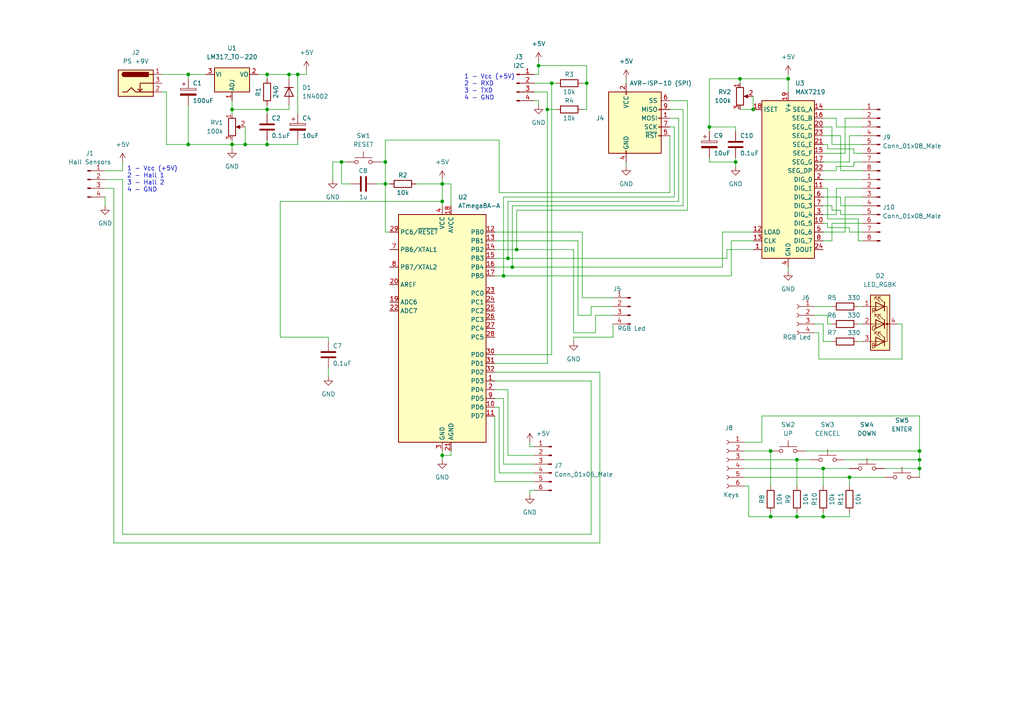
<source format=kicad_sch>
(kicad_sch (version 20211123) (generator eeschema)
  (paper "A4")
  (lib_symbols
    (symbol "Connector:Barrel_Jack_Switch" (pin_names hide)
      (property "Reference" "J" (at 0 5.334 0))
      (property "Value" "Barrel_Jack_Switch" (at 0 -5.08 0))
      (symbol "Barrel_Jack_Switch_1_1"
        (pin passive line (at 7.62 2.54 180) (length 2.54) (name "~") (number "1"))
        (pin passive line (at 7.62 -2.54 180) (length 2.54) (name "~") (number "2"))
        (pin passive line (at 7.62 0 180) (length 2.54) (name "~") (number "3"))
      )
    )
    (symbol "Connector:Conn_01x04_Female" (pin_names (offset 1.016) hide)
      (property "Reference" "J" (at 0 5.08 0))
      (property "Value" "Conn_01x04_Female" (at 0 -7.62 0))
      (symbol "Conn_01x04_Female_1_1"
        (pin passive line (at -5.08 2.54 0) (length 3.81) (name "Pin_1") (number "1"))
        (pin passive line (at -5.08 0 0) (length 3.81) (name "Pin_2") (number "2"))
        (pin passive line (at -5.08 -2.54 0) (length 3.81) (name "Pin_3") (number "3"))
        (pin passive line (at -5.08 -5.08 0) (length 3.81) (name "Pin_4") (number "4"))
      )
    )
    (symbol "Connector:Conn_01x04_Male" (pin_names (offset 1.016) hide)
      (property "Reference" "J" (at 0 5.08 0))
      (property "Value" "Conn_01x04_Male" (at 0 -7.62 0))
      (symbol "Conn_01x04_Male_1_1"
        (pin passive line (at 5.08 2.54 180) (length 3.81) (name "Pin_1") (number "1"))
        (pin passive line (at 5.08 0 180) (length 3.81) (name "Pin_2") (number "2"))
        (pin passive line (at 5.08 -2.54 180) (length 3.81) (name "Pin_3") (number "3"))
        (pin passive line (at 5.08 -5.08 180) (length 3.81) (name "Pin_4") (number "4"))
      )
    )
    (symbol "Connector:Conn_01x06_Female" (pin_names (offset 1.016) hide)
      (property "Reference" "J" (at 0 7.62 0))
      (property "Value" "Conn_01x06_Female" (at 0 -10.16 0))
      (symbol "Conn_01x06_Female_1_1"
        (pin passive line (at -5.08 5.08 0) (length 3.81) (name "Pin_1") (number "1"))
        (pin passive line (at -5.08 2.54 0) (length 3.81) (name "Pin_2") (number "2"))
        (pin passive line (at -5.08 0 0) (length 3.81) (name "Pin_3") (number "3"))
        (pin passive line (at -5.08 -2.54 0) (length 3.81) (name "Pin_4") (number "4"))
        (pin passive line (at -5.08 -5.08 0) (length 3.81) (name "Pin_5") (number "5"))
        (pin passive line (at -5.08 -7.62 0) (length 3.81) (name "Pin_6") (number "6"))
      )
    )
    (symbol "Connector:Conn_01x06_Male" (pin_names (offset 1.016) hide)
      (property "Reference" "J" (at 0 7.62 0))
      (property "Value" "Conn_01x06_Male" (at 0 -10.16 0))
      (symbol "Conn_01x06_Male_1_1"
        (pin passive line (at 5.08 5.08 180) (length 3.81) (name "Pin_1") (number "1"))
        (pin passive line (at 5.08 2.54 180) (length 3.81) (name "Pin_2") (number "2"))
        (pin passive line (at 5.08 0 180) (length 3.81) (name "Pin_3") (number "3"))
        (pin passive line (at 5.08 -2.54 180) (length 3.81) (name "Pin_4") (number "4"))
        (pin passive line (at 5.08 -5.08 180) (length 3.81) (name "Pin_5") (number "5"))
        (pin passive line (at 5.08 -7.62 180) (length 3.81) (name "Pin_6") (number "6"))
      )
    )
    (symbol "Connector:Conn_01x08_Male" (pin_names (offset 1.016) hide)
      (property "Reference" "J" (at 0 10.16 0))
      (property "Value" "Conn_01x08_Male" (at 0 -12.7 0))
      (symbol "Conn_01x08_Male_1_1"
        (pin passive line (at 5.08 7.62 180) (length 3.81) (name "Pin_1") (number "1"))
        (pin passive line (at 5.08 5.08 180) (length 3.81) (name "Pin_2") (number "2"))
        (pin passive line (at 5.08 2.54 180) (length 3.81) (name "Pin_3") (number "3"))
        (pin passive line (at 5.08 0 180) (length 3.81) (name "Pin_4") (number "4"))
        (pin passive line (at 5.08 -2.54 180) (length 3.81) (name "Pin_5") (number "5"))
        (pin passive line (at 5.08 -5.08 180) (length 3.81) (name "Pin_6") (number "6"))
        (pin passive line (at 5.08 -7.62 180) (length 3.81) (name "Pin_7") (number "7"))
        (pin passive line (at 5.08 -10.16 180) (length 3.81) (name "Pin_8") (number "8"))
      )
    )
    (symbol "Connector:Conn_01x16_Male" (pin_names (offset 1.016) hide)
      (property "Reference" "J" (at 0 20.32 0))
      (property "Value" "Conn_01x16_Male" (at 0 -22.86 0))
      (symbol "Conn_01x16_Male_1_1"
        (pin passive line (at 5.08 17.78 180) (length 3.81) (name "Pin_1") (number "1"))
        (pin passive line (at 5.08 -5.08 180) (length 3.81) (name "Pin_10") (number "10"))
        (pin passive line (at 5.08 -7.62 180) (length 3.81) (name "Pin_11") (number "11"))
        (pin passive line (at 5.08 -10.16 180) (length 3.81) (name "Pin_12") (number "12"))
        (pin passive line (at 5.08 -12.7 180) (length 3.81) (name "Pin_13") (number "13"))
        (pin passive line (at 5.08 -15.24 180) (length 3.81) (name "Pin_14") (number "14"))
        (pin passive line (at 5.08 -17.78 180) (length 3.81) (name "Pin_15") (number "15"))
        (pin passive line (at 5.08 -20.32 180) (length 3.81) (name "Pin_16") (number "16"))
        (pin passive line (at 5.08 15.24 180) (length 3.81) (name "Pin_2") (number "2"))
        (pin passive line (at 5.08 12.7 180) (length 3.81) (name "Pin_3") (number "3"))
        (pin passive line (at 5.08 10.16 180) (length 3.81) (name "Pin_4") (number "4"))
        (pin passive line (at 5.08 7.62 180) (length 3.81) (name "Pin_5") (number "5"))
        (pin passive line (at 5.08 5.08 180) (length 3.81) (name "Pin_6") (number "6"))
        (pin passive line (at 5.08 2.54 180) (length 3.81) (name "Pin_7") (number "7"))
        (pin passive line (at 5.08 0 180) (length 3.81) (name "Pin_8") (number "8"))
        (pin passive line (at 5.08 -2.54 180) (length 3.81) (name "Pin_9") (number "9"))
      )
    )
    (symbol "DawuKiCADLibrary:ALS318A"
      (property "Reference" "D" (at 3.556 2.286 0))
      (property "Value" "ALS318A" (at 27.686 2.54 0))
      (symbol "ALS318A_1_1"
        (pin input line (at 7.62 -21.59 90) (length 2.54) (name "C1") (number "1"))
        (pin input line (at 0 -7.62 0) (length 2.54) (name "D") (number "10"))
        (pin input line (at 20.32 -21.59 90) (length 2.54) (name "C6") (number "11"))
        (pin input line (at 0 -15.24 0) (length 2.54) (name "G") (number "12"))
        (pin input line (at 22.86 -21.59 90) (length 2.54) (name "C7") (number "13"))
        (pin input line (at 0 -2.54 0) (length 2.54) (name "B") (number "14"))
        (pin input line (at 25.4 -21.59 90) (length 2.54) (name "C8") (number "15"))
        (pin input line (at 0 -12.7 0) (length 2.54) (name "F") (number "16"))
        (pin input line (at 27.94 -21.59 90) (length 2.54) (name "C9") (number "17"))
        (pin input line (at 0 -5.08 0) (length 2.54) (name "C") (number "2"))
        (pin input line (at 10.16 -21.59 90) (length 2.54) (name "C2") (number "3"))
        (pin input line (at 0 -17.78 0) (length 2.54) (name "H") (number "4"))
        (pin input line (at 12.7 -21.59 90) (length 2.54) (name "C3") (number "5"))
        (pin input line (at 0 0 0) (length 2.54) (name "A") (number "6"))
        (pin input line (at 15.24 -21.59 90) (length 2.54) (name "C4") (number "7"))
        (pin input line (at 0 -10.16 0) (length 2.54) (name "E") (number "8"))
        (pin input line (at 17.78 -21.59 90) (length 2.54) (name "C5") (number "9"))
      )
    )
    (symbol "DawuKiCADLibrary:AVR-ISP-10" (pin_names (offset 1.016))
      (property "Reference" "J" (at -6.35 11.43 0))
      (property "Value" "AVR-ISP-10" (at 0 11.43 0))
      (symbol "AVR-ISP-10_1_1"
        (pin passive line (at 10.16 2.54 180) (length 2.54) (name "MOSI") (number "1"))
        (pin passive line (at -2.54 -10.16 90) (length 2.54) hide (name "GND") (number "10"))
        (pin passive line (at -2.54 12.7 270) (length 2.54) (name "VCC") (number "2"))
        (pin no_connect line (at 7.62 -5.08 180) (length 2.54) hide (name "NC") (number "3"))
        (pin passive line (at -2.54 -10.16 90) (length 2.54) (name "GND") (number "4"))
        (pin passive line (at 10.16 -2.54 180) (length 2.54) (name "~{RST}") (number "5"))
        (pin passive line (at 10.16 7.62 180) (length 2.54) (name "SS") (number "6"))
        (pin passive line (at 10.16 0 180) (length 2.54) (name "SCK") (number "7"))
        (pin passive line (at -2.54 -10.16 90) (length 2.54) hide (name "GND") (number "8"))
        (pin passive line (at 10.16 5.08 180) (length 2.54) (name "MISO") (number "9"))
      )
    )
    (symbol "Device:C" (pin_numbers hide) (pin_names (offset 0.254))
      (property "Reference" "C" (at 0.635 2.54 0))
      (property "Value" "C" (at 0.635 -2.54 0))
      (symbol "C_1_1"
        (pin passive line (at 0 3.81 270) (length 2.794) (name "~") (number "1"))
        (pin passive line (at 0 -3.81 90) (length 2.794) (name "~") (number "2"))
      )
    )
    (symbol "Device:C_Polarized" (pin_numbers hide) (pin_names (offset 0.254))
      (property "Reference" "C" (at 0.635 2.54 0))
      (property "Value" "C_Polarized" (at 0.635 -2.54 0))
      (symbol "C_Polarized_1_1"
        (pin passive line (at 0 3.81 270) (length 2.794) (name "~") (number "1"))
        (pin passive line (at 0 -3.81 90) (length 2.794) (name "~") (number "2"))
      )
    )
    (symbol "Device:LED_RGBK" (pin_names (offset 0) hide)
      (property "Reference" "D" (at 0 9.398 0))
      (property "Value" "LED_RGBK" (at 0 -8.89 0))
      (symbol "LED_RGBK_0_0"
        (text "B" (at 1.905 -6.35 0) (effects (font (size 1.27 1.27))))
        (text "G" (at 1.905 -1.27 0) (effects (font (size 1.27 1.27))))
        (text "R" (at 1.905 3.81 0) (effects (font (size 1.27 1.27))))
      )
      (symbol "LED_RGBK_1_1"
        (pin passive line (at 5.08 5.08 180) (length 2.54) (name "RA") (number "1"))
        (pin passive line (at 5.08 0 180) (length 2.54) (name "GA") (number "2"))
        (pin passive line (at 5.08 -5.08 180) (length 2.54) (name "BA") (number "3"))
        (pin passive line (at -5.08 0 0) (length 2.54) (name "K") (number "4"))
      )
    )
    (symbol "Device:R" (pin_numbers hide) (pin_names (offset 0))
      (property "Reference" "R" (at 2.032 0 90))
      (property "Value" "R" (at 0 0 90))
      (symbol "R_1_1"
        (pin passive line (at 0 3.81 270) (length 1.27) (name "~") (number "1"))
        (pin passive line (at 0 -3.81 90) (length 1.27) (name "~") (number "2"))
      )
    )
    (symbol "Device:R_Potentiometer" (pin_names (offset 1.016) hide)
      (property "Reference" "RV" (at -4.445 0 90))
      (property "Value" "R_Potentiometer" (at -2.54 0 90))
      (symbol "R_Potentiometer_1_1"
        (pin passive line (at 0 3.81 270) (length 1.27) (name "1") (number "1"))
        (pin passive line (at 3.81 0 180) (length 1.27) (name "2") (number "2"))
        (pin passive line (at 0 -3.81 90) (length 1.27) (name "3") (number "3"))
      )
    )
    (symbol "Diode:1N4002" (pin_numbers hide) (pin_names (offset 1.016) hide)
      (property "Reference" "D" (at 0 2.54 0))
      (property "Value" "1N4002" (at 0 -2.54 0))
      (symbol "1N4002_1_1"
        (pin passive line (at -3.81 0 0) (length 2.54) (name "K") (number "1"))
        (pin passive line (at 3.81 0 180) (length 2.54) (name "A") (number "2"))
      )
    )
    (symbol "Driver_LED:MAX7219"
      (property "Reference" "U" (at -6.35 24.13 0))
      (property "Value" "MAX7219" (at 1.27 25.4 0))
      (symbol "MAX7219_1_1"
        (pin input line (at -10.16 -20.32 0) (length 2.54) (name "DIN") (number "1"))
        (pin output line (at 10.16 -12.7 180) (length 2.54) (name "DIG_5") (number "10"))
        (pin output line (at 10.16 -2.54 180) (length 2.54) (name "DIG_1") (number "11"))
        (pin input line (at -10.16 -15.24 0) (length 2.54) (name "LOAD") (number "12"))
        (pin input line (at -10.16 -17.78 0) (length 2.54) (name "CLK") (number "13"))
        (pin output line (at 10.16 20.32 180) (length 2.54) (name "SEG_A") (number "14"))
        (pin output line (at 10.16 7.62 180) (length 2.54) (name "SEG_F") (number "15"))
        (pin output line (at 10.16 17.78 180) (length 2.54) (name "SEG_B") (number "16"))
        (pin output line (at 10.16 5.08 180) (length 2.54) (name "SEG_G") (number "17"))
        (pin input line (at -10.16 20.32 0) (length 2.54) (name "ISET") (number "18"))
        (pin power_in line (at 0 25.4 270) (length 2.54) (name "V+") (number "19"))
        (pin output line (at 10.16 0 180) (length 2.54) (name "DIG_0") (number "2"))
        (pin output line (at 10.16 15.24 180) (length 2.54) (name "SEG_C") (number "20"))
        (pin output line (at 10.16 10.16 180) (length 2.54) (name "SEG_E") (number "21"))
        (pin output line (at 10.16 2.54 180) (length 2.54) (name "SEG_DP") (number "22"))
        (pin output line (at 10.16 12.7 180) (length 2.54) (name "SEG_D") (number "23"))
        (pin output line (at 10.16 -20.32 180) (length 2.54) (name "DOUT") (number "24"))
        (pin output line (at 10.16 -10.16 180) (length 2.54) (name "DIG_4") (number "3"))
        (pin power_in line (at 0 -25.4 90) (length 2.54) (name "GND") (number "4"))
        (pin output line (at 10.16 -15.24 180) (length 2.54) (name "DIG_6") (number "5"))
        (pin output line (at 10.16 -5.08 180) (length 2.54) (name "DIG_2") (number "6"))
        (pin output line (at 10.16 -7.62 180) (length 2.54) (name "DIG_3") (number "7"))
        (pin output line (at 10.16 -17.78 180) (length 2.54) (name "DIG_7") (number "8"))
        (pin passive line (at 0 -25.4 90) (length 2.54) hide (name "GND") (number "9"))
      )
    )
    (symbol "MCU_Microchip_ATmega:ATmega8A-A"
      (property "Reference" "U" (at -12.7 34.29 0))
      (property "Value" "ATmega8A-A" (at 5.08 -34.29 0))
      (symbol "ATmega8A-A_1_1"
        (pin bidirectional line (at 15.24 -15.24 180) (length 2.54) (name "PD3") (number "1"))
        (pin bidirectional line (at 15.24 -22.86 180) (length 2.54) (name "PD6") (number "10"))
        (pin bidirectional line (at 15.24 -25.4 180) (length 2.54) (name "PD7") (number "11"))
        (pin bidirectional line (at 15.24 27.94 180) (length 2.54) (name "PB0") (number "12"))
        (pin bidirectional line (at 15.24 25.4 180) (length 2.54) (name "PB1") (number "13"))
        (pin bidirectional line (at 15.24 22.86 180) (length 2.54) (name "PB2") (number "14"))
        (pin bidirectional line (at 15.24 20.32 180) (length 2.54) (name "PB3") (number "15"))
        (pin bidirectional line (at 15.24 17.78 180) (length 2.54) (name "PB4") (number "16"))
        (pin bidirectional line (at 15.24 15.24 180) (length 2.54) (name "PB5") (number "17"))
        (pin power_in line (at 2.54 35.56 270) (length 2.54) (name "AVCC") (number "18"))
        (pin input line (at -15.24 7.62 0) (length 2.54) (name "ADC6") (number "19"))
        (pin bidirectional line (at 15.24 -17.78 180) (length 2.54) (name "PD4") (number "2"))
        (pin passive line (at -15.24 12.7 0) (length 2.54) (name "AREF") (number "20"))
        (pin power_in line (at 2.54 -35.56 90) (length 2.54) (name "AGND") (number "21"))
        (pin input line (at -15.24 5.08 0) (length 2.54) (name "ADC7") (number "22"))
        (pin bidirectional line (at 15.24 10.16 180) (length 2.54) (name "PC0") (number "23"))
        (pin bidirectional line (at 15.24 7.62 180) (length 2.54) (name "PC1") (number "24"))
        (pin bidirectional line (at 15.24 5.08 180) (length 2.54) (name "PC2") (number "25"))
        (pin bidirectional line (at 15.24 2.54 180) (length 2.54) (name "PC3") (number "26"))
        (pin bidirectional line (at 15.24 0 180) (length 2.54) (name "PC4") (number "27"))
        (pin bidirectional line (at 15.24 -2.54 180) (length 2.54) (name "PC5") (number "28"))
        (pin bidirectional line (at -15.24 27.94 0) (length 2.54) (name "PC6/~{RESET}") (number "29"))
        (pin power_in line (at 0 -35.56 90) (length 2.54) (name "GND") (number "3"))
        (pin bidirectional line (at 15.24 -7.62 180) (length 2.54) (name "PD0") (number "30"))
        (pin bidirectional line (at 15.24 -10.16 180) (length 2.54) (name "PD1") (number "31"))
        (pin bidirectional line (at 15.24 -12.7 180) (length 2.54) (name "PD2") (number "32"))
        (pin power_in line (at 0 35.56 270) (length 2.54) (name "VCC") (number "4"))
        (pin passive line (at 0 -35.56 90) (length 2.54) hide (name "GND") (number "5"))
        (pin passive line (at 0 35.56 270) (length 2.54) hide (name "VCC") (number "6"))
        (pin bidirectional line (at -15.24 22.86 0) (length 2.54) (name "PB6/XTAL1") (number "7"))
        (pin bidirectional line (at -15.24 17.78 0) (length 2.54) (name "PB7/XTAL2") (number "8"))
        (pin bidirectional line (at 15.24 -20.32 180) (length 2.54) (name "PD5") (number "9"))
      )
    )
    (symbol "Regulator_Linear:LM317_TO-220" (pin_names (offset 0.254))
      (property "Reference" "U" (at -3.81 3.175 0))
      (property "Value" "LM317_TO-220" (at 0 3.175 0))
      (symbol "LM317_TO-220_1_1"
        (pin input line (at 0 -7.62 90) (length 2.54) (name "ADJ") (number "1"))
        (pin power_out line (at 7.62 0 180) (length 2.54) (name "VO") (number "2"))
        (pin power_in line (at -7.62 0 0) (length 2.54) (name "VI") (number "3"))
      )
    )
    (symbol "Switch:SW_Push" (pin_numbers hide) (pin_names (offset 1.016) hide)
      (property "Reference" "SW" (at 1.27 2.54 0))
      (property "Value" "SW_Push" (at 0 -1.524 0))
      (symbol "SW_Push_0_1"
        (pin passive line (at -5.08 0 0) (length 2.54) (name "1") (number "1"))
        (pin passive line (at 5.08 0 180) (length 2.54) (name "2") (number "2"))
      )
    )
    (symbol "power:+5V" (power) (pin_names (offset 0))
      (property "Value" "+5V" (at 0 3.556 0))
      (symbol "+5V_1_1"
        (pin power_in line (at 0 0 90) (length 0) hide (name "+5V") (number "1"))
      )
    )
    (symbol "power:GND" (power) (pin_names (offset 0))
      (property "Value" "GND" (at 0 -3.81 0))
      (symbol "GND_1_1"
        (pin power_in line (at 0 0 270) (length 0) hide (name "GND") (number "1"))
      )
    )
  )
  (junction (at 128.27 53.34))
  (junction (at 54.61 21.59))
  (junction (at 54.61 41.91))
  (junction (at 213.36 46.99))
  (junction (at 147.32 74.93))
  (junction (at 128.27 58.42))
  (junction (at 231.14 133.35))
  (junction (at 160.02 24.13))
  (junction (at 223.52 130.81))
  (junction (at 158.75 31.75))
  (junction (at 156.21 19.05))
  (junction (at 67.31 41.91))
  (junction (at 238.76 135.89))
  (junction (at 266.7 133.35))
  (junction (at 148.59 77.47))
  (junction (at 71.12 41.91))
  (junction (at 214.63 22.86))
  (junction (at 67.31 31.75))
  (junction (at 77.47 41.91))
  (junction (at 223.52 149.86))
  (junction (at 266.7 135.89))
  (junction (at 170.18 24.13))
  (junction (at 149.86 72.39))
  (junction (at 146.05 80.01))
  (junction (at 266.7 130.81))
  (junction (at 128.27 132.08))
  (junction (at 238.76 149.86))
  (junction (at 231.14 149.86))
  (junction (at 218.44 31.75))
  (junction (at 83.82 21.59))
  (junction (at 77.47 21.59))
  (junction (at 228.6 22.86))
  (junction (at 77.47 31.75))
  (junction (at 205.74 36.83))
  (junction (at 86.36 21.59))
  (junction (at 111.76 46.99))
  (junction (at 99.06 46.99))
  (junction (at 111.76 53.34))
  (junction (at 246.38 138.43))
  (wire (pts (xy 143.51 110.49) (xy 171.45 110.49)))
  (wire (pts (xy 266.7 133.35) (xy 266.7 130.81)))
  (wire (pts (xy 243.84 39.37) (xy 243.84 49.53)))
  (wire (pts (xy 35.56 52.07) (xy 30.48 52.07)))
  (wire (pts (xy 146.05 80.01) (xy 212.09 80.01)))
  (wire (pts (xy 240.03 63.5) (xy 248.92 63.5)))
  (wire (pts (xy 33.02 54.61) (xy 33.02 157.48)))
  (wire (pts (xy 212.09 69.85) (xy 218.44 69.85)))
  (wire (pts (xy 375.92 22.86) (xy 384.81 22.86)))
  (wire (pts (xy 243.84 62.23) (xy 250.19 62.23)))
  (wire (pts (xy 143.51 118.11) (xy 144.78 118.11)))
  (wire (pts (xy 194.31 55.88) (xy 144.78 55.88)))
  (wire (pts (xy 170.18 24.13) (xy 168.91 24.13)))
  (wire (pts (xy 149.86 60.96) (xy 199.39 60.96)))
  (wire (pts (xy 199.39 60.96) (xy 199.39 29.21)))
  (wire (pts (xy 177.8 91.44) (xy 172.72 91.44)))
  (wire (pts (xy 248.92 99.06) (xy 250.19 99.06)))
  (wire (pts (xy 213.36 46.99) (xy 213.36 45.72)))
  (wire (pts (xy 241.3 60.96) (xy 243.84 60.96)))
  (wire (pts (xy 67.31 29.21) (xy 67.31 31.75)))
  (wire (pts (xy 171.45 110.49) (xy 171.45 154.94)))
  (wire (pts (xy 384.81 45.72) (xy 416.56 45.72)))
  (wire (pts (xy 384.81 40.64) (xy 384.81 45.72)))
  (wire (pts (xy 414.02 44.45) (xy 414.02 39.37)))
  (wire (pts (xy 54.61 21.59) (xy 54.61 22.86)))
  (wire (pts (xy 228.6 22.86) (xy 228.6 26.67)))
  (wire (pts (xy 250.19 44.45) (xy 247.65 44.45)))
  (wire (pts (xy 392.43 30.48) (xy 396.24 30.48)))
  (wire (pts (xy 67.31 41.91) (xy 67.31 43.18)))
  (wire (pts (xy 205.74 45.72) (xy 205.74 46.99)))
  (wire (pts (xy 194.31 31.75) (xy 198.12 31.75)))
  (wire (pts (xy 160.02 24.13) (xy 161.29 24.13)))
  (wire (pts (xy 375.92 27.94) (xy 388.62 27.94)))
  (wire (pts (xy 382.27 45.72) (xy 382.27 46.99)))
  (wire (pts (xy 199.39 29.21) (xy 194.31 29.21)))
  (wire (pts (xy 81.28 97.79) (xy 81.28 58.42)))
  (wire (pts (xy 215.9 130.81) (xy 223.52 130.81)))
  (wire (pts (xy 238.76 41.91) (xy 240.03 41.91)))
  (wire (pts (xy 261.62 93.98) (xy 260.35 93.98)))
  (wire (pts (xy 215.9 135.89) (xy 238.76 135.89)))
  (wire (pts (xy 194.31 39.37) (xy 194.31 55.88)))
  (wire (pts (xy 236.22 91.44) (xy 240.03 91.44)))
  (wire (pts (xy 147.32 113.03) (xy 143.51 113.03)))
  (wire (pts (xy 156.21 29.21) (xy 156.21 30.48)))
  (wire (pts (xy 383.54 44.45) (xy 414.02 44.45)))
  (wire (pts (xy 223.52 148.59) (xy 223.52 149.86)))
  (wire (pts (xy 424.18 55.88) (xy 424.18 39.37)))
  (wire (pts (xy 242.57 54.61) (xy 250.19 54.61)))
  (wire (pts (xy 153.67 142.24) (xy 153.67 143.51)))
  (wire (pts (xy 387.35 25.4) (xy 387.35 41.91)))
  (wire (pts (xy 238.76 49.53) (xy 242.57 49.53)))
  (wire (pts (xy 238.76 39.37) (xy 243.84 39.37)))
  (wire (pts (xy 166.37 72.39) (xy 166.37 96.52)))
  (wire (pts (xy 392.43 20.32) (xy 396.24 20.32)))
  (wire (pts (xy 170.18 24.13) (xy 170.18 19.05)))
  (wire (pts (xy 213.36 36.83) (xy 213.36 38.1)))
  (wire (pts (xy 392.43 21.59) (xy 392.43 20.32)))
  (wire (pts (xy 231.14 148.59) (xy 231.14 149.86)))
  (wire (pts (xy 156.21 21.59) (xy 156.21 19.05)))
  (wire (pts (xy 375.92 33.02) (xy 391.16 33.02)))
  (wire (pts (xy 146.05 115.57) (xy 143.51 115.57)))
  (wire (pts (xy 154.94 21.59) (xy 156.21 21.59)))
  (wire (pts (xy 245.11 44.45) (xy 245.11 34.29)))
  (wire (pts (xy 386.08 20.32) (xy 386.08 40.64)))
  (wire (pts (xy 246.38 138.43) (xy 246.38 140.97)))
  (wire (pts (xy 83.82 21.59) (xy 83.82 22.86)))
  (wire (pts (xy 166.37 97.79) (xy 166.37 99.06)))
  (wire (pts (xy 86.36 40.64) (xy 86.36 41.91)))
  (wire (pts (xy 416.56 45.72) (xy 416.56 39.37)))
  (wire (pts (xy 238.76 59.69) (xy 241.3 59.69)))
  (wire (pts (xy 238.76 62.23) (xy 242.57 62.23)))
  (wire (pts (xy 238.76 135.89) (xy 238.76 140.97)))
  (wire (pts (xy 266.7 120.65) (xy 266.7 130.81)))
  (wire (pts (xy 213.36 46.99) (xy 213.36 48.26)))
  (wire (pts (xy 218.44 27.94) (xy 218.44 31.75)))
  (wire (pts (xy 143.51 72.39) (xy 149.86 72.39)))
  (wire (pts (xy 143.51 67.31) (xy 168.91 67.31)))
  (wire (pts (xy 166.37 96.52) (xy 172.72 96.52)))
  (wire (pts (xy 384.81 22.86) (xy 384.81 35.56)))
  (wire (pts (xy 419.1 46.99) (xy 419.1 39.37)))
  (wire (pts (xy 240.03 64.77) (xy 240.03 66.04)))
  (wire (pts (xy 209.55 77.47) (xy 209.55 67.31)))
  (wire (pts (xy 214.63 22.86) (xy 228.6 22.86)))
  (wire (pts (xy 238.76 31.75) (xy 250.19 31.75)))
  (wire (pts (xy 375.92 20.32) (xy 386.08 20.32)))
  (wire (pts (xy 238.76 57.15) (xy 243.84 57.15)))
  (wire (pts (xy 158.75 31.75) (xy 158.75 105.41)))
  (wire (pts (xy 99.06 53.34) (xy 101.6 53.34)))
  (wire (pts (xy 30.48 57.15) (xy 30.48 59.69)))
  (wire (pts (xy 154.94 142.24) (xy 153.67 142.24)))
  (wire (pts (xy 238.76 149.86) (xy 231.14 149.86)))
  (wire (pts (xy 86.36 41.91) (xy 77.47 41.91)))
  (wire (pts (xy 389.89 38.1) (xy 389.89 25.4)))
  (wire (pts (xy 130.81 53.34) (xy 128.27 53.34)))
  (wire (pts (xy 144.78 137.16) (xy 154.94 137.16)))
  (wire (pts (xy 196.85 34.29) (xy 196.85 58.42)))
  (wire (pts (xy 181.61 46.99) (xy 181.61 48.26)))
  (wire (pts (xy 217.17 140.97) (xy 215.9 140.97)))
  (wire (pts (xy 388.62 30.48) (xy 388.62 43.18)))
  (wire (pts (xy 231.14 133.35) (xy 231.14 140.97)))
  (wire (pts (xy 266.7 120.65) (xy 220.98 120.65)))
  (wire (pts (xy 375.92 17.78) (xy 387.35 17.78)))
  (wire (pts (xy 128.27 132.08) (xy 128.27 133.35)))
  (wire (pts (xy 171.45 88.9) (xy 171.45 91.44)))
  (wire (pts (xy 77.47 30.48) (xy 77.47 31.75)))
  (wire (pts (xy 130.81 132.08) (xy 128.27 132.08)))
  (wire (pts (xy 149.86 72.39) (xy 149.86 60.96)))
  (wire (pts (xy 382.27 46.99) (xy 419.1 46.99)))
  (wire (pts (xy 391.16 33.02) (xy 391.16 27.94)))
  (wire (pts (xy 214.63 31.75) (xy 218.44 31.75)))
  (wire (pts (xy 59.69 21.59) (xy 54.61 21.59)))
  (wire (pts (xy 195.58 57.15) (xy 146.05 57.15)))
  (wire (pts (xy 146.05 80.01) (xy 143.51 80.01)))
  (wire (pts (xy 388.62 43.18) (xy 411.48 43.18)))
  (wire (pts (xy 218.44 72.39) (xy 210.82 72.39)))
  (wire (pts (xy 266.7 138.43) (xy 266.7 135.89)))
  (wire (pts (xy 375.92 25.4) (xy 387.35 25.4)))
  (wire (pts (xy 383.54 35.56) (xy 383.54 44.45)))
  (wire (pts (xy 146.05 57.15) (xy 146.05 80.01)))
  (wire (pts (xy 144.78 118.11) (xy 144.78 137.16)))
  (wire (pts (xy 181.61 22.86) (xy 181.61 24.13)))
  (wire (pts (xy 130.81 130.81) (xy 130.81 132.08)))
  (wire (pts (xy 247.65 48.26) (xy 247.65 46.99)))
  (wire (pts (xy 236.22 93.98) (xy 238.76 93.98)))
  (wire (pts (xy 240.03 66.04) (xy 246.38 66.04)))
  (wire (pts (xy 149.86 72.39) (xy 166.37 72.39)))
  (wire (pts (xy 375.92 35.56) (xy 383.54 35.56)))
  (wire (pts (xy 266.7 135.89) (xy 266.7 133.35)))
  (wire (pts (xy 146.05 115.57) (xy 146.05 134.62)))
  (wire (pts (xy 238.76 93.98) (xy 238.76 99.06)))
  (wire (pts (xy 170.18 31.75) (xy 170.18 24.13)))
  (wire (pts (xy 77.47 22.86) (xy 77.47 21.59)))
  (wire (pts (xy 128.27 58.42) (xy 128.27 59.69)))
  (wire (pts (xy 99.06 46.99) (xy 96.52 46.99)))
  (wire (pts (xy 231.14 133.35) (xy 234.95 133.35)))
  (wire (pts (xy 110.49 46.99) (xy 111.76 46.99)))
  (wire (pts (xy 389.89 25.4) (xy 396.24 25.4)))
  (wire (pts (xy 48.26 26.67) (xy 48.26 41.91)))
  (wire (pts (xy 238.76 44.45) (xy 245.11 44.45)))
  (wire (pts (xy 172.72 91.44) (xy 172.72 96.52)))
  (wire (pts (xy 100.33 46.99) (xy 99.06 46.99)))
  (wire (pts (xy 168.91 67.31) (xy 168.91 86.36)))
  (wire (pts (xy 147.32 113.03) (xy 147.32 132.08)))
  (wire (pts (xy 158.75 31.75) (xy 161.29 31.75)))
  (wire (pts (xy 144.78 40.64) (xy 111.76 40.64)))
  (wire (pts (xy 205.74 36.83) (xy 205.74 38.1)))
  (wire (pts (xy 261.62 104.14) (xy 261.62 93.98)))
  (wire (pts (xy 384.81 35.56) (xy 396.24 35.56)))
  (wire (pts (xy 30.48 54.61) (xy 33.02 54.61)))
  (wire (pts (xy 242.57 48.26) (xy 247.65 48.26)))
  (wire (pts (xy 177.8 88.9) (xy 171.45 88.9)))
  (wire (pts (xy 217.17 149.86) (xy 217.17 140.97)))
  (wire (pts (xy 177.8 93.98) (xy 177.8 97.79)))
  (wire (pts (xy 223.52 149.86) (xy 217.17 149.86)))
  (wire (pts (xy 243.84 57.15) (xy 243.84 59.69)))
  (wire (pts (xy 220.98 128.27) (xy 215.9 128.27)))
  (wire (pts (xy 95.25 97.79) (xy 95.25 99.06)))
  (wire (pts (xy 242.57 49.53) (xy 242.57 48.26)))
  (wire (pts (xy 81.28 97.79) (xy 95.25 97.79)))
  (wire (pts (xy 77.47 31.75) (xy 83.82 31.75)))
  (wire (pts (xy 241.3 64.77) (xy 250.19 64.77)))
  (wire (pts (xy 205.74 22.86) (xy 205.74 36.83)))
  (wire (pts (xy 387.35 17.78) (xy 387.35 22.86)))
  (wire (pts (xy 209.55 67.31) (xy 218.44 67.31)))
  (wire (pts (xy 160.02 24.13) (xy 160.02 102.87)))
  (wire (pts (xy 240.03 93.98) (xy 241.3 93.98)))
  (wire (pts (xy 382.27 43.18) (xy 382.27 34.29)))
  (wire (pts (xy 375.92 55.88) (xy 424.18 55.88)))
  (wire (pts (xy 195.58 36.83) (xy 195.58 57.15)))
  (wire (pts (xy 67.31 31.75) (xy 67.31 33.02)))
  (wire (pts (xy 382.27 34.29) (xy 394.97 34.29)))
  (wire (pts (xy 375.92 53.34) (xy 392.43 53.34)))
  (wire (pts (xy 247.65 43.18) (xy 247.65 44.45)))
  (wire (pts (xy 86.36 21.59) (xy 86.36 33.02)))
  (wire (pts (xy 246.38 67.31) (xy 250.19 67.31)))
  (wire (pts (xy 388.62 27.94) (xy 388.62 17.78)))
  (wire (pts (xy 411.48 43.18) (xy 411.48 39.37)))
  (wire (pts (xy 245.11 67.31) (xy 245.11 57.15)))
  (wire (pts (xy 83.82 21.59) (xy 86.36 21.59)))
  (wire (pts (xy 144.78 55.88) (xy 144.78 40.64)))
  (wire (pts (xy 210.82 72.39) (xy 210.82 74.93)))
  (wire (pts (xy 154.94 24.13) (xy 160.02 24.13)))
  (wire (pts (xy 394.97 33.02) (xy 396.24 33.02)))
  (wire (pts (xy 111.76 40.64) (xy 111.76 46.99)))
  (wire (pts (xy 109.22 53.34) (xy 111.76 53.34)))
  (wire (pts (xy 243.84 60.96) (xy 243.84 62.23)))
  (wire (pts (xy 238.76 99.06) (xy 241.3 99.06)))
  (wire (pts (xy 408.94 41.91) (xy 408.94 39.37)))
  (wire (pts (xy 238.76 67.31) (xy 245.11 67.31)))
  (wire (pts (xy 388.62 17.78) (xy 396.24 17.78)))
  (wire (pts (xy 177.8 97.79) (xy 166.37 97.79)))
  (wire (pts (xy 111.76 46.99) (xy 111.76 53.34)))
  (wire (pts (xy 246.38 138.43) (xy 256.54 138.43)))
  (wire (pts (xy 173.99 107.95) (xy 143.51 107.95)))
  (wire (pts (xy 88.9 20.32) (xy 88.9 21.59)))
  (wire (pts (xy 88.9 21.59) (xy 86.36 21.59)))
  (wire (pts (xy 256.54 135.89) (xy 266.7 135.89)))
  (wire (pts (xy 215.9 138.43) (xy 246.38 138.43)))
  (wire (pts (xy 205.74 46.99) (xy 213.36 46.99)))
  (wire (pts (xy 242.57 34.29) (xy 242.57 36.83)))
  (wire (pts (xy 147.32 132.08) (xy 154.94 132.08)))
  (wire (pts (xy 386.08 40.64) (xy 406.4 40.64)))
  (wire (pts (xy 143.51 120.65) (xy 143.51 139.7)))
  (wire (pts (xy 35.56 154.94) (xy 35.56 52.07)))
  (wire (pts (xy 147.32 58.42) (xy 147.32 74.93)))
  (wire (pts (xy 168.91 31.75) (xy 170.18 31.75)))
  (wire (pts (xy 246.38 149.86) (xy 238.76 149.86)))
  (wire (pts (xy 143.51 139.7) (xy 154.94 139.7)))
  (wire (pts (xy 245.11 57.15) (xy 250.19 57.15)))
  (wire (pts (xy 148.59 77.47) (xy 143.51 77.47)))
  (wire (pts (xy 247.65 46.99) (xy 250.19 46.99)))
  (wire (pts (xy 375.92 50.8) (xy 421.64 50.8)))
  (wire (pts (xy 35.56 49.53) (xy 35.56 46.99)))
  (wire (pts (xy 238.76 34.29) (xy 242.57 34.29)))
  (wire (pts (xy 248.92 63.5) (xy 248.92 69.85)))
  (wire (pts (xy 130.81 59.69) (xy 130.81 53.34)))
  (wire (pts (xy 245.11 34.29) (xy 250.19 34.29)))
  (wire (pts (xy 95.25 106.68) (xy 95.25 109.22)))
  (wire (pts (xy 240.03 91.44) (xy 240.03 93.98)))
  (wire (pts (xy 83.82 31.75) (xy 83.82 30.48)))
  (wire (pts (xy 67.31 31.75) (xy 77.47 31.75)))
  (wire (pts (xy 391.16 27.94) (xy 396.24 27.94)))
  (wire (pts (xy 406.4 40.64) (xy 406.4 39.37)))
  (wire (pts (xy 238.76 52.07) (xy 250.19 52.07)))
  (wire (pts (xy 375.92 38.1) (xy 389.89 38.1)))
  (wire (pts (xy 242.57 36.83) (xy 250.19 36.83)))
  (wire (pts (xy 48.26 41.91) (xy 54.61 41.91)))
  (wire (pts (xy 99.06 46.99) (xy 99.06 53.34)))
  (wire (pts (xy 54.61 41.91) (xy 54.61 30.48)))
  (wire (pts (xy 246.38 148.59) (xy 246.38 149.86)))
  (wire (pts (xy 381 21.59) (xy 392.43 21.59)))
  (wire (pts (xy 71.12 36.83) (xy 71.12 41.91)))
  (wire (pts (xy 237.49 96.52) (xy 237.49 104.14)))
  (wire (pts (xy 154.94 29.21) (xy 156.21 29.21)))
  (wire (pts (xy 77.47 21.59) (xy 83.82 21.59)))
  (wire (pts (xy 243.84 49.53) (xy 250.19 49.53)))
  (wire (pts (xy 153.67 128.27) (xy 153.67 129.54)))
  (wire (pts (xy 158.75 105.41) (xy 143.51 105.41)))
  (wire (pts (xy 71.12 41.91) (xy 67.31 41.91)))
  (wire (pts (xy 148.59 59.69) (xy 148.59 77.47)))
  (wire (pts (xy 375.92 40.64) (xy 384.81 40.64)))
  (wire (pts (xy 238.76 36.83) (xy 241.3 36.83)))
  (wire (pts (xy 240.03 54.61) (xy 240.03 63.5)))
  (wire (pts (xy 215.9 133.35) (xy 231.14 133.35)))
  (wire (pts (xy 375.92 48.26) (xy 381 48.26)))
  (wire (pts (xy 30.48 49.53) (xy 35.56 49.53)))
  (wire (pts (xy 228.6 21.59) (xy 228.6 22.86)))
  (wire (pts (xy 198.12 59.69) (xy 148.59 59.69)))
  (wire (pts (xy 387.35 41.91) (xy 408.94 41.91)))
  (wire (pts (xy 156.21 19.05) (xy 170.18 19.05)))
  (wire (pts (xy 147.32 74.93) (xy 143.51 74.93)))
  (wire (pts (xy 248.92 88.9) (xy 250.19 88.9)))
  (wire (pts (xy 128.27 130.81) (xy 128.27 132.08)))
  (wire (pts (xy 147.32 74.93) (xy 210.82 74.93)))
  (wire (pts (xy 236.22 96.52) (xy 237.49 96.52)))
  (wire (pts (xy 168.91 86.36) (xy 177.8 86.36)))
  (wire (pts (xy 128.27 52.07) (xy 128.27 53.34)))
  (wire (pts (xy 77.47 31.75) (xy 77.47 33.02)))
  (wire (pts (xy 237.49 104.14) (xy 261.62 104.14)))
  (wire (pts (xy 381 48.26) (xy 381 21.59)))
  (wire (pts (xy 214.63 22.86) (xy 205.74 22.86)))
  (wire (pts (xy 46.99 26.67) (xy 48.26 26.67)))
  (wire (pts (xy 375.92 45.72) (xy 382.27 45.72)))
  (wire (pts (xy 120.65 53.34) (xy 128.27 53.34)))
  (wire (pts (xy 238.76 135.89) (xy 246.38 135.89)))
  (wire (pts (xy 392.43 53.34) (xy 392.43 30.48)))
  (wire (pts (xy 194.31 36.83) (xy 195.58 36.83)))
  (wire (pts (xy 223.52 130.81) (xy 223.52 140.97)))
  (wire (pts (xy 198.12 31.75) (xy 198.12 59.69)))
  (wire (pts (xy 220.98 120.65) (xy 220.98 128.27)))
  (wire (pts (xy 153.67 129.54) (xy 154.94 129.54)))
  (wire (pts (xy 196.85 58.42) (xy 147.32 58.42)))
  (wire (pts (xy 212.09 80.01) (xy 212.09 69.85)))
  (wire (pts (xy 128.27 53.34) (xy 128.27 58.42)))
  (wire (pts (xy 266.7 130.81) (xy 233.68 130.81)))
  (wire (pts (xy 243.84 59.69) (xy 250.19 59.69)))
  (wire (pts (xy 146.05 134.62) (xy 154.94 134.62)))
  (wire (pts (xy 96.52 46.99) (xy 96.52 52.07)))
  (wire (pts (xy 236.22 88.9) (xy 241.3 88.9)))
  (wire (pts (xy 375.92 43.18) (xy 382.27 43.18)))
  (wire (pts (xy 248.92 93.98) (xy 250.19 93.98)))
  (wire (pts (xy 238.76 46.99) (xy 246.38 46.99)))
  (wire (pts (xy 154.94 26.67) (xy 158.75 26.67)))
  (wire (pts (xy 228.6 77.47) (xy 228.6 78.74)))
  (wire (pts (xy 167.64 91.44) (xy 171.45 91.44)))
  (wire (pts (xy 241.3 59.69) (xy 241.3 60.96)))
  (wire (pts (xy 67.31 41.91) (xy 54.61 41.91)))
  (wire (pts (xy 160.02 102.87) (xy 143.51 102.87)))
  (wire (pts (xy 67.31 40.64) (xy 67.31 41.91)))
  (wire (pts (xy 246.38 46.99) (xy 246.38 39.37)))
  (wire (pts (xy 194.31 34.29) (xy 196.85 34.29)))
  (wire (pts (xy 238.76 69.85) (xy 241.3 69.85)))
  (wire (pts (xy 46.99 21.59) (xy 54.61 21.59)))
  (wire (pts (xy 81.28 58.42) (xy 128.27 58.42)))
  (wire (pts (xy 242.57 62.23) (xy 242.57 54.61)))
  (wire (pts (xy 375.92 30.48) (xy 388.62 30.48)))
  (wire (pts (xy 246.38 39.37) (xy 250.19 39.37)))
  (wire (pts (xy 171.45 154.94) (xy 35.56 154.94)))
  (wire (pts (xy 248.92 69.85) (xy 250.19 69.85)))
  (wire (pts (xy 111.76 67.31) (xy 113.03 67.31)))
  (wire (pts (xy 77.47 40.64) (xy 77.47 41.91)))
  (wire (pts (xy 421.64 50.8) (xy 421.64 39.37)))
  (wire (pts (xy 238.76 148.59) (xy 238.76 149.86)))
  (wire (pts (xy 238.76 64.77) (xy 240.03 64.77)))
  (wire (pts (xy 246.38 66.04) (xy 246.38 67.31)))
  (wire (pts (xy 148.59 77.47) (xy 209.55 77.47)))
  (wire (pts (xy 238.76 54.61) (xy 240.03 54.61)))
  (wire (pts (xy 111.76 53.34) (xy 111.76 67.31)))
  (wire (pts (xy 156.21 19.05) (xy 156.21 17.78)))
  (wire (pts (xy 214.63 24.13) (xy 214.63 22.86)))
  (wire (pts (xy 241.3 41.91) (xy 250.19 41.91)))
  (wire (pts (xy 240.03 41.91) (xy 240.03 43.18)))
  (wire (pts (xy 77.47 41.91) (xy 71.12 41.91)))
  (wire (pts (xy 173.99 157.48) (xy 173.99 107.95)))
  (wire (pts (xy 245.11 133.35) (xy 266.7 133.35)))
  (wire (pts (xy 167.64 69.85) (xy 167.64 91.44)))
  (wire (pts (xy 158.75 26.67) (xy 158.75 31.75)))
  (wire (pts (xy 240.03 43.18) (xy 247.65 43.18)))
  (wire (pts (xy 213.36 36.83) (xy 205.74 36.83)))
  (wire (pts (xy 143.51 69.85) (xy 167.64 69.85)))
  (wire (pts (xy 241.3 69.85) (xy 241.3 64.77)))
  (wire (pts (xy 231.14 149.86) (xy 223.52 149.86)))
  (wire (pts (xy 241.3 41.91) (xy 241.3 36.83)))
  (wire (pts (xy 387.35 22.86) (xy 396.24 22.86)))
  (wire (pts (xy 74.93 21.59) (xy 77.47 21.59)))
  (wire (pts (xy 394.97 34.29) (xy 394.97 33.02)))
  (wire (pts (xy 33.02 157.48) (xy 173.99 157.48)))
  (wire (pts (xy 111.76 53.34) (xy 113.03 53.34)))
  (text "1 - Vcc (+5V)\n2 - RXD\n3 - TXD\n4 - GND" (at 134.62 29.21 0) (effects (font (size 1.27 1.27)) (justify left bottom)))
  (text "1 - Vcc (+5V)\n2 - Hall 1\n3 - Hall 2\n4 - GND" (at 36.83 55.88 0) (effects (font (size 1.27 1.27)) (justify left bottom)))
  (symbol (lib_id "Device:R") (at 165.1 24.13 270) (unit 1)
    (property "Reference" "R3" (at 165.1 21.59 90))
    (property "Value" "10k" (at 165.1 26.67 90))
    (property "Footprint" "Resistor_SMD:R_0805_2012Metric_Pad1.20x1.40mm_HandSolder" (effects hide))
  )
  (symbol (lib_id "Connector:Conn_01x04_Male") (at 182.88 88.9 0) (mirror y) (unit 1)
    (property "Reference" "J5" (at 177.8 83.82 0) (effects (justify right)))
    (property "Value" "RGB Led" (at 179.07 95.25 0) (effects (justify right)))
    (property "Footprint" "Connector_PinSocket_2.54mm:PinSocket_1x04_P2.54mm_Vertical" (effects hide))
  )
  (symbol (lib_id "power:GND") (at 213.36 48.26 0) (unit 1)
    (property "Reference" "#PWR016" (effects hide))
    (property "Value" "GND" (at 213.36 53.34 0))
  )
  (symbol (lib_id "power:+5V") (at 181.61 22.86 0) (unit 1)
    (property "Reference" "#PWR012" (effects hide))
    (property "Value" "+5V" (at 181.61 17.78 0))
  )
  (symbol (lib_id "power:GND") (at 228.6 78.74 0) (unit 1)
    (property "Reference" "#PWR019" (effects hide))
    (property "Value" "GND" (at 228.6 83.82 0))
  )
  (symbol (lib_id "power:GND") (at 96.52 52.07 0) (unit 1)
    (property "Reference" "#PWR07" (effects hide))
    (property "Value" "GND" (at 96.52 57.15 0))
  )
  (symbol (lib_id "Switch:SW_Push") (at 228.6 130.81 0) (unit 1)
    (property "Reference" "SW2" (at 228.6 123.19 0))
    (property "Value" "UP" (at 228.6 125.73 0))
    (property "Footprint" "Dawu_PCB_Library:SW_PUSH_6mm_2" (effects hide))
  )
  (symbol (lib_id "Regulator_Linear:LM317_TO-220") (at 67.31 21.59 0) (unit 1)
    (property "Reference" "U1" (at 67.31 13.97 0))
    (property "Value" "LM317_TO-220" (at 67.31 16.51 0))
    (property "Footprint" "Package_TO_SOT_THT:TO-220-3_Vertical" (effects hide))
    (property "Datasheet" "http://www.ti.com/lit/ds/symlink/lm317.pdf" (effects hide))
  )
  (symbol (lib_id "Device:C") (at 77.47 36.83 0) (unit 1)
    (property "Reference" "C2" (at 78.74 34.29 0) (effects (justify left)))
    (property "Value" "0.1uF" (at 78.74 39.37 0) (effects (justify left)))
    (property "Footprint" "Capacitor_SMD:C_0805_2012Metric_Pad1.18x1.45mm_HandSolder" (effects hide))
  )
  (symbol (lib_id "Switch:SW_Push") (at 261.62 138.43 0) (unit 1)
    (property "Reference" "SW5" (at 261.62 121.92 0))
    (property "Value" "ENTER" (at 261.62 124.46 0))
    (property "Footprint" "Dawu_PCB_Library:SW_PUSH_6mm_2" (effects hide))
  )
  (symbol (lib_id "Device:R") (at 231.14 144.78 0) (unit 1)
    (property "Reference" "R9" (at 228.6 144.78 90))
    (property "Value" "10k" (at 233.68 144.78 90))
    (property "Footprint" "Resistor_SMD:R_0805_2012Metric_Pad1.20x1.40mm_HandSolder" (effects hide))
  )
  (symbol (lib_id "power:GND") (at 95.25 109.22 0) (unit 1)
    (property "Reference" "#PWR06" (effects hide))
    (property "Value" "GND" (at 95.25 114.3 0))
  )
  (symbol (lib_id "Device:LED_RGBK") (at 255.27 93.98 0) (mirror y) (unit 1)
    (property "Reference" "D2" (at 255.27 80.01 0))
    (property "Value" "LED_RGBK" (at 255.27 82.55 0))
    (property "Footprint" "LED_THT:LED_D5.0mm-4_RGB_Staggered_Pins" (effects hide))
  )
  (symbol (lib_id "Switch:SW_Push") (at 105.41 46.99 0) (unit 1)
    (property "Reference" "SW1" (at 105.41 39.37 0))
    (property "Value" "RESET" (at 105.41 41.91 0))
    (property "Footprint" "Dawu_PCB_Library:SW_PUSH_6mm_2" (effects hide))
  )
  (symbol (lib_id "Diode:1N4002") (at 83.82 26.67 270) (unit 1)
    (property "Reference" "D1" (at 87.63 25.4 90) (effects (justify left)))
    (property "Value" "1N4002" (at 87.63 27.94 90) (effects (justify left)))
    (property "Footprint" "Diode_THT:D_DO-41_SOD81_P5.08mm_Vertical_KathodeUp" (effects hide))
    (property "Datasheet" "http://www.vishay.com/docs/88503/1n4001.pdf" (effects hide))
  )
  (symbol (lib_id "Connector:Conn_01x06_Female") (at 210.82 133.35 0) (mirror y) (unit 1)
    (property "Reference" "J8" (at 211.455 124.113 0))
    (property "Value" "Keys" (at 212.09 143.51 0))
    (property "Footprint" "Connector_PinSocket_2.54mm:PinSocket_1x06_P2.54mm_Vertical" (effects hide))
  )
  (symbol (lib_id "power:GND") (at 156.21 30.48 0) (unit 1)
    (property "Reference" "#PWR011" (effects hide))
    (property "Value" "GND" (at 156.21 35.56 0))
  )
  (symbol (lib_id "power:+5V") (at 88.9 20.32 0) (unit 1)
    (property "Reference" "#PWR04" (effects hide))
    (property "Value" "+5V" (at 88.9 15.24 0))
  )
  (symbol (lib_id "Device:C_Polarized") (at 86.36 36.83 0) (unit 1)
    (property "Reference" "C4" (at 87.63 34.29 0) (effects (justify left)))
    (property "Value" "10uF" (at 87.63 39.37 0) (effects (justify left)))
    (property "Footprint" "Capacitor_THT:CP_Radial_D5.0mm_P2.50mm" (effects hide))
  )
  (symbol (lib_id "Device:R") (at 245.11 88.9 270) (unit 1)
    (property "Reference" "R5" (at 241.3 86.36 90))
    (property "Value" "330" (at 247.65 86.36 90))
    (property "Footprint" "Resistor_SMD:R_0805_2012Metric_Pad1.20x1.40mm_HandSolder" (effects hide))
  )
  (symbol (lib_id "Device:R") (at 238.76 144.78 0) (unit 1)
    (property "Reference" "R10" (at 236.22 144.78 90))
    (property "Value" "10k" (at 241.3 144.78 90))
    (property "Footprint" "Resistor_SMD:R_0805_2012Metric_Pad1.20x1.40mm_HandSolder" (effects hide))
  )
  (symbol (lib_id "DawuKiCADLibrary:AVR-ISP-10") (at 184.15 36.83 0) (unit 1)
    (property "Reference" "J4" (at 175.26 34.2899 0) (effects (justify right)))
    (property "Value" "AVR-ISP-10 (SPI)" (at 200.66 24.13 0) (effects (justify right)))
    (property "Footprint" "Connector_IDC:IDC-Header_2x05_P2.54mm_Vertical" (effects hide))
    (property "Datasheet" " ~" (effects hide))
  )
  (symbol (lib_id "Connector:Conn_01x04_Female") (at 231.14 91.44 0) (mirror y) (unit 1)
    (property "Reference" "J6" (at 233.68 86.36 0))
    (property "Value" "RGB Led" (at 231.14 97.79 0))
    (property "Footprint" "Connector_PinSocket_2.54mm:PinSocket_1x04_P2.54mm_Vertical" (effects hide))
  )
  (symbol (lib_id "Connector:Conn_01x08_Male") (at 255.27 59.69 0) (mirror y) (unit 1)
    (property "Reference" "J10" (at 255.9812 60.1253 0) (effects (justify right)))
    (property "Value" "Conn_01x08_Male" (at 255.9812 62.6622 0) (effects (justify right)))
    (property "Footprint" "Connector_PinSocket_2.54mm:PinSocket_1x08_P2.54mm_Vertical" (effects hide))
  )
  (symbol (lib_id "power:GND") (at 166.37 99.06 0) (unit 1)
    (property "Reference" "#PWR015" (effects hide))
    (property "Value" "GND" (at 166.37 104.14 0))
  )
  (symbol (lib_id "power:+5V") (at 35.56 46.99 0) (unit 1)
    (property "Reference" "#PWR02" (effects hide))
    (property "Value" "+5V" (at 35.56 41.91 0))
  )
  (symbol (lib_id "Connector:Conn_01x04_Male") (at 25.4 52.07 0) (unit 1)
    (property "Reference" "J1" (at 26.035 44.45 0))
    (property "Value" "Hall Sensors" (at 26.035 46.99 0))
    (property "Footprint" "Connector_PinHeader_2.54mm:PinHeader_1x04_P2.54mm_Vertical" (effects hide))
  )
  (symbol (lib_id "power:+5V") (at 128.27 52.07 0) (unit 1)
    (property "Reference" "#PWR08" (effects hide))
    (property "Value" "+5V" (at 128.27 46.99 0))
  )
  (symbol (lib_id "Device:R") (at 246.38 144.78 0) (unit 1)
    (property "Reference" "R11" (at 243.84 144.78 90))
    (property "Value" "10k" (at 248.92 144.78 90))
    (property "Footprint" "Resistor_SMD:R_0805_2012Metric_Pad1.20x1.40mm_HandSolder" (effects hide))
  )
  (symbol (lib_id "Device:R") (at 245.11 99.06 270) (unit 1)
    (property "Reference" "R7" (at 241.3 96.52 90))
    (property "Value" "330" (at 247.65 96.52 90))
    (property "Footprint" "Resistor_SMD:R_0805_2012Metric_Pad1.20x1.40mm_HandSolder" (effects hide))
  )
  (symbol (lib_id "Device:C_Polarized") (at 205.74 41.91 0) (unit 1)
    (property "Reference" "C9" (at 207.01 39.37 0) (effects (justify left)))
    (property "Value" "10uF" (at 207.01 44.45 0) (effects (justify left)))
    (property "Footprint" "Capacitor_THT:CP_Radial_D5.0mm_P2.50mm" (effects hide))
  )
  (symbol (lib_id "power:+5V") (at 228.6 21.59 0) (unit 1)
    (property "Reference" "#PWR018" (effects hide))
    (property "Value" "+5V" (at 228.6 16.51 0))
  )
  (symbol (lib_id "Device:R") (at 116.84 53.34 270) (unit 1)
    (property "Reference" "R2" (at 116.84 50.8 90))
    (property "Value" "10k" (at 116.84 55.88 90))
    (property "Footprint" "Resistor_SMD:R_0805_2012Metric_Pad1.20x1.40mm_HandSolder" (effects hide))
  )
  (symbol (lib_id "Connector:Conn_01x06_Male") (at 160.02 134.62 0) (mirror y) (unit 1)
    (property "Reference" "J7" (at 160.7312 135.0553 0) (effects (justify right)))
    (property "Value" "Conn_01x06_Male" (at 160.7312 137.5922 0) (effects (justify right)))
    (property "Footprint" "Connector_PinSocket_2.54mm:PinSocket_1x06_P2.54mm_Vertical" (effects hide))
  )
  (symbol (lib_id "power:GND") (at 30.48 59.69 0) (unit 1)
    (property "Reference" "#PWR01" (effects hide))
    (property "Value" "GND" (at 30.48 64.77 0))
  )
  (symbol (lib_id "power:+5V") (at 156.21 17.78 0) (unit 1)
    (property "Reference" "#PWR010" (effects hide))
    (property "Value" "+5V" (at 156.21 12.7 0))
  )
  (symbol (lib_id "Device:R_Potentiometer") (at 67.31 36.83 0) (unit 1)
    (property "Reference" "RV1" (at 64.77 35.5599 0) (effects (justify right)))
    (property "Value" "100k" (at 64.77 38.0999 0) (effects (justify right)))
    (property "Footprint" "Potentiometer_THT:Potentiometer_Bourns_3266W_Vertical" (effects hide))
  )
  (symbol (lib_id "power:GND") (at 67.31 43.18 0) (unit 1)
    (property "Reference" "#PWR03" (effects hide))
    (property "Value" "GND" (at 67.31 48.26 0))
  )
  (symbol (lib_id "Device:R_Potentiometer") (at 214.63 27.94 0) (unit 1)
    (property "Reference" "RV2" (at 212.09 26.6699 0) (effects (justify right)))
    (property "Value" "100k" (at 212.09 29.2099 0) (effects (justify right)))
    (property "Footprint" "Potentiometer_THT:Potentiometer_Bourns_3266W_Vertical" (effects hide))
  )
  (symbol (lib_id "power:GND") (at 128.27 133.35 0) (unit 1)
    (property "Reference" "#PWR09" (effects hide))
    (property "Value" "GND" (at 128.27 138.43 0))
  )
  (symbol (lib_id "Connector:Conn_01x16_Male") (at 370.84 35.56 0) (unit 1)
    (property "Reference" "J11" (at 371.475 14.004 0))
    (property "Value" "Conn_01x16_Male" (at 371.475 16.5409 0))
    (property "Footprint" "Connector_PinSocket_2.54mm:PinSocket_1x16_P2.54mm_Vertical" (effects hide))
  )
  (symbol (lib_id "Switch:SW_Push") (at 251.46 135.89 0) (unit 1)
    (property "Reference" "SW4" (at 251.46 123.19 0))
    (property "Value" "DOWN" (at 251.46 125.73 0))
    (property "Footprint" "Dawu_PCB_Library:SW_PUSH_6mm_2" (effects hide))
  )
  (symbol (lib_id "power:GND") (at 153.67 143.51 0) (unit 1)
    (property "Reference" "#PWR014" (effects hide))
    (property "Value" "GND" (at 153.67 148.59 0))
  )
  (symbol (lib_id "power:+5V") (at 153.67 128.27 0) (unit 1)
    (property "Reference" "#PWR017" (effects hide))
    (property "Value" "+5V" (at 157.48 125.73 0))
  )
  (symbol (lib_id "power:GND") (at 181.61 48.26 0) (unit 1)
    (property "Reference" "#PWR013" (effects hide))
    (property "Value" "GND" (at 181.61 53.34 0))
  )
  (symbol (lib_id "Connector:Barrel_Jack_Switch") (at 39.37 24.13 0) (unit 1)
    (property "Reference" "J2" (at 39.37 15.24 0))
    (property "Value" "PS +9V" (at 39.37 17.78 0))
    (property "Footprint" "Connector_BarrelJack:BarrelJack_Horizontal" (effects hide))
  )
  (symbol (lib_id "MCU_Microchip_ATmega:ATmega8A-A") (at 128.27 95.25 0) (unit 1)
    (property "Reference" "U2" (at 132.8294 57.15 0) (effects (justify left)))
    (property "Value" "ATmega8A-A" (at 132.8294 59.69 0) (effects (justify left)))
    (property "Footprint" "Package_QFP:TQFP-32_7x7mm_P0.8mm" (effects hide))
    (property "Datasheet" "http://ww1.microchip.com/downloads/en/DeviceDoc/Microchip%208bit%20mcu%20AVR%20ATmega8A%20data%20sheet%2040001974A.pdf" (effects hide))
  )
  (symbol (lib_id "Device:C") (at 105.41 53.34 90) (unit 1)
    (property "Reference" "C8" (at 106.68 49.53 90) (effects (justify left)))
    (property "Value" "1u" (at 106.68 57.15 90) (effects (justify left)))
    (property "Footprint" "Capacitor_SMD:C_0805_2012Metric_Pad1.18x1.45mm_HandSolder" (effects hide))
  )
  (symbol (lib_id "Connector:Conn_01x04_Male") (at 149.86 24.13 0) (unit 1)
    (property "Reference" "J3" (at 150.495 16.51 0))
    (property "Value" "I2C" (at 150.495 19.05 0))
    (property "Footprint" "Connector_PinHeader_2.54mm:PinHeader_1x04_P2.54mm_Vertical" (effects hide))
  )
  (symbol (lib_id "Switch:SW_Push") (at 240.03 133.35 0) (unit 1)
    (property "Reference" "SW3" (at 240.03 123.19 0))
    (property "Value" "CENCEL" (at 240.03 125.73 0))
    (property "Footprint" "Dawu_PCB_Library:SW_PUSH_6mm_2" (effects hide))
  )
  (symbol (lib_id "Device:R") (at 223.52 144.78 0) (unit 1)
    (property "Reference" "R8" (at 220.98 144.78 90))
    (property "Value" "10k" (at 226.06 144.78 90))
    (property "Footprint" "Resistor_SMD:R_0805_2012Metric_Pad1.20x1.40mm_HandSolder" (effects hide))
  )
  (symbol (lib_id "DawuKiCADLibrary:ALS318A") (at 396.24 17.78 0) (unit 1)
    (property "Reference" "D3" (at 429.26 25.3999 0) (effects (justify left)))
    (property "Value" "ALS318A" (at 429.26 27.9399 0) (effects (justify left)))
    (property "Footprint" "Dawu_PCB_Library:ALS318A" (effects hide))
  )
  (symbol (lib_id "Device:C") (at 95.25 102.87 0) (unit 1)
    (property "Reference" "C7" (at 96.52 100.33 0) (effects (justify left)))
    (property "Value" "0.1uF" (at 96.52 105.41 0) (effects (justify left)))
    (property "Footprint" "Capacitor_SMD:C_0805_2012Metric_Pad1.18x1.45mm_HandSolder" (effects hide))
  )
  (symbol (lib_id "Driver_LED:MAX7219") (at 228.6 52.07 0) (unit 1)
    (property "Reference" "U3" (at 230.6194 24.13 0) (effects (justify left)))
    (property "Value" "MAX7219" (at 230.6194 26.67 0) (effects (justify left)))
    (property "Footprint" "Package_SO:SOIC-24W_7.5x15.4mm_P1.27mm" (effects hide))
    (property "Datasheet" "https://datasheets.maximintegrated.com/en/ds/MAX7219-MAX7221.pdf" (effects hide))
  )
  (symbol (lib_id "Device:R") (at 165.1 31.75 270) (unit 1)
    (property "Reference" "R4" (at 165.1 29.21 90))
    (property "Value" "10k" (at 165.1 34.29 90))
    (property "Footprint" "Resistor_SMD:R_0805_2012Metric_Pad1.20x1.40mm_HandSolder" (effects hide))
  )
  (symbol (lib_id "Connector:Conn_01x08_Male") (at 255.27 39.37 0) (mirror y) (unit 1)
    (property "Reference" "J9" (at 255.9812 39.8053 0) (effects (justify right)))
    (property "Value" "Conn_01x08_Male" (at 255.9812 42.3422 0) (effects (justify right)))
    (property "Footprint" "Connector_PinSocket_2.54mm:PinSocket_1x08_P2.54mm_Vertical" (effects hide))
  )
  (symbol (lib_id "Device:R") (at 245.11 93.98 270) (unit 1)
    (property "Reference" "R6" (at 241.3 91.44 90))
    (property "Value" "330" (at 247.65 91.44 90))
    (property "Footprint" "Resistor_SMD:R_0805_2012Metric_Pad1.20x1.40mm_HandSolder" (effects hide))
  )
  (symbol (lib_id "Device:C") (at 213.36 41.91 0) (unit 1)
    (property "Reference" "C10" (at 214.63 39.37 0) (effects (justify left)))
    (property "Value" "0.1uF" (at 214.63 44.45 0) (effects (justify left)))
    (property "Footprint" "Capacitor_SMD:C_0805_2012Metric_Pad1.18x1.45mm_HandSolder" (effects hide))
  )
  (symbol (lib_id "Device:R") (at 77.47 26.67 0) (unit 1)
    (property "Reference" "R1" (at 74.93 26.67 90))
    (property "Value" "240" (at 80.01 26.67 90))
    (property "Footprint" "Resistor_SMD:R_0805_2012Metric_Pad1.20x1.40mm_HandSolder" (effects hide))
  )
  (symbol (lib_id "Device:C_Polarized") (at 54.61 26.67 0) (unit 1)
    (property "Reference" "C1" (at 55.88 24.13 0) (effects (justify left)))
    (property "Value" "100uF" (at 55.88 29.21 0) (effects (justify left)))
    (property "Footprint" "Capacitor_THT:CP_Radial_D5.0mm_P2.50mm" (effects hide))
  )
)
</source>
